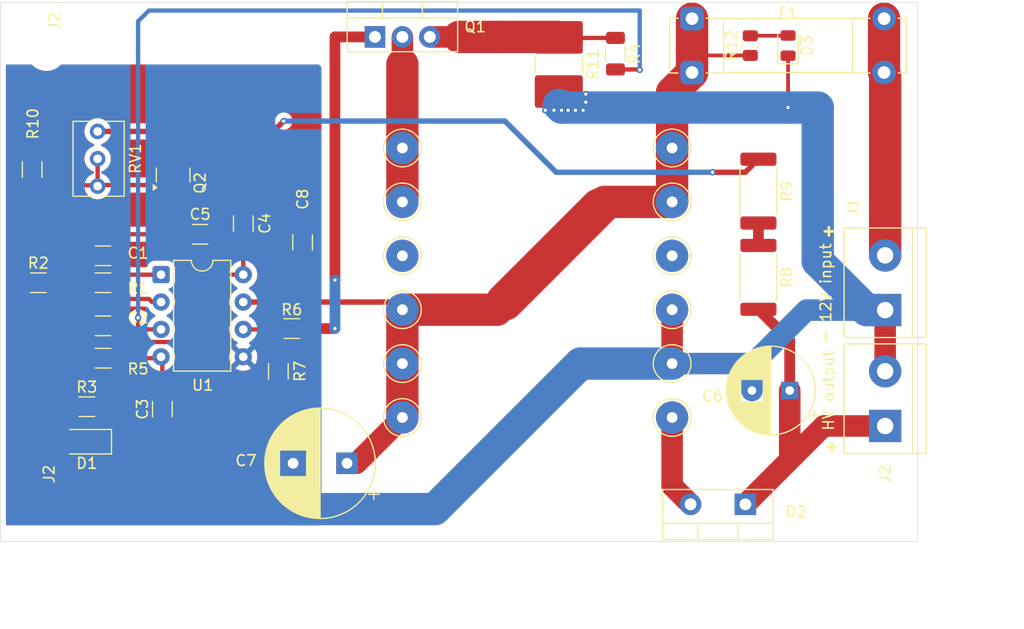
<source format=kicad_pcb>
(kicad_pcb (version 20241229) (generator "pcbnew") (generator_version "9.0")
  (title_block (title "DC-DC 12V > 200~450V") (date "2026-01-24") (rev "V1.1") (company "Z32IT"))
  (layers (0 "F.Cu" signal) (2 "B.Cu" signal) (13 "F.Paste" user) (15 "B.Paste" user) (5 "F.SilkS" user "F.Silkscreen") (7 "B.SilkS" user "B.Silkscreen") (1 "F.Mask" user) (3 "B.Mask" user) (25 "Edge.Cuts" user))
  (net 0 "")
  (net 1 "Net-(U1-FB)")
  (net 2 "Net-(U1-COMP)")
  (net 3 "Net-(U1-CS)")
  (net 4 "GND")
  (net 5 "Net-(U1-RC)")
  (net 6 "Net-(U1-VREF)")
  (net 7 "Net-(D1-A)")
  (net 8 "Net-(D2-K)")
  (net 9 "+12V")
  (net 10 "Net-(D2-A)")
  (net 11 "Net-(Q1-G)")
  (net 12 "Net-(Q1-D)")
  (net 13 "Net-(Q2-B)")
  (net 14 "Net-(U1-OUT)")
  (net 15 "Net-(R8-Pad1)")
  (net 16 "Net-(R9-Pad1)")
  (net 17 "Net-(J1-Pin_2)")
  (net 18 "Net-(D3-A)")
  (net 19 "Net-(Q1-S)")
  (footprint "Capacitor_THT:CP_Radial_D10.0mm_P5.00mm" (layer "F.Cu") (at 130.617677 100.5 180)
    (property "Reference" "C7" (at 9.367677 0.25 0) (layer "F.SilkS"))
    (property "Value" "1500u/16V" (hide yes))
    (pad "1" thru_hole rect (at 0 0 180) (size 2 2) (drill 1) (layers "*.Cu" "*.Mask") (net 9 "+12V"))
    (pad "2" thru_hole circle (at 5 0 180) (size 2 2) (drill 1) (layers "*.Cu" "*.Mask") (net 4 "GND"))
  )
  (footprint "Resistor_SMD:R_2512_6332Metric" (layer "F.Cu") (at 168.75 83.25 -90)
    (property "Reference" "R8" (at 0 -2.62 90) (layer "F.SilkS"))
    (property "Value" "240K/1W" (hide yes))
    (pad "1" smd roundrect (at -2.9625 0 270) (size 1.225 3.35) (layers "F.Cu" "F.Mask" "F.Paste") (roundrect_rratio 0.204082) (net 15 "Net-(R8-Pad1)"))
    (pad "2" smd roundrect (at 2.9625 0 270) (size 1.225 3.35) (layers "F.Cu" "F.Mask" "F.Paste") (roundrect_rratio 0.204082) (net 8 "Net-(D2-K)"))
  )
  (footprint "MountingHole:MountingHole_3.2mm_M3" (layer "F.Cu") (at 102.75 62.25)
    (property "Reference" "REF**" (hide yes))
    (property "Value" "M3")
    (pad "" np_thru_hole circle (at 0 0) (size 3.2 3.2) (drill 3.2) (layers "*.Cu" "*.Mask"))
  )
  (footprint "Package_TO_SOT_THT:TO-220-3_Vertical" (layer "F.Cu") (at 133.21 60.945)
    (property "Reference" "Q1" (at 9.29 -0.945 0) (layer "F.SilkS"))
    (property "Value" "IRF3205" (hide yes))
    (pad "1" thru_hole rect (at 0 0) (size 1.905 2) (drill 1.1) (layers "*.Cu" "*.Mask") (net 11 "Net-(Q1-G)"))
    (pad "2" thru_hole oval (at 2.54 0) (size 1.905 2) (drill 1.1) (layers "*.Cu" "*.Mask") (net 12 "Net-(Q1-D)"))
    (pad "3" thru_hole oval (at 5.08 0) (size 1.905 2) (drill 1.1) (layers "*.Cu" "*.Mask") (net 19 "Net-(Q1-S)"))
  )
  (footprint "Resistor_SMD:R_1206_3216Metric" (layer "F.Cu") (at 108 90.75)
    (property "Reference" "R5" (at 3.25 1 0) (layer "F.SilkS"))
    (property "Value" "5K1" (hide yes))
    (pad "1" smd roundrect (at -1.4625 0) (size 1.125 1.75) (layers "F.Cu" "F.Mask" "F.Paste") (roundrect_rratio 0.222222) (net 6 "Net-(U1-VREF)"))
    (pad "2" smd roundrect (at 1.4625 0) (size 1.125 1.75) (layers "F.Cu" "F.Mask" "F.Paste") (roundrect_rratio 0.222222) (net 5 "Net-(U1-RC)"))
  )
  (footprint "TerminalBlock:TerminalBlock_bornier-2_P5.08mm" (layer "F.Cu") (at 180.5 97.04 90)
    (property "Reference" "J2" (at -4.46 0 90) (layer "F.SilkS"))
    (property "Value" "HV output" (at 3.29 -5.25 90) (layer "F.SilkS"))
    (pad "1" thru_hole rect (at 0 0 90) (size 3 3) (drill 1.52) (layers "*.Cu" "*.Mask") (net 8 "Net-(D2-K)"))
    (pad "2" thru_hole circle (at 5.08 0 90) (size 3 3) (drill 1.52) (layers "*.Cu" "*.Mask") (net 4 "GND"))
  )
  (footprint "Resistor_SMD:R_1206_3216Metric" (layer "F.Cu") (at 101.432936 73.25 90)
    (property "Reference" "R10" (at 4.25 0.067064 90) (layer "F.SilkS"))
    (property "Value" "3K" (hide yes))
    (pad "1" smd roundrect (at -1.4625 0 90) (size 1.125 1.75) (layers "F.Cu" "F.Mask" "F.Paste") (roundrect_rratio 0.222222) (net 13 "Net-(Q2-B)"))
    (pad "2" smd roundrect (at 1.4625 0 90) (size 1.125 1.75) (layers "F.Cu" "F.Mask" "F.Paste") (roundrect_rratio 0.222222) (net 4 "GND"))
  )
  (footprint "Resistor_SMD:R_1206_3216Metric" (layer "F.Cu") (at 124.25 91.9625 -90)
    (property "Reference" "R7" (at 0 -2 90) (layer "F.SilkS"))
    (property "Value" "5K1" (hide yes))
    (pad "1" smd roundrect (at -1.4625 0 270) (size 1.125 1.75) (layers "F.Cu" "F.Mask" "F.Paste") (roundrect_rratio 0.222222) (net 14 "Net-(U1-OUT)"))
    (pad "2" smd roundrect (at 1.4625 0 270) (size 1.125 1.75) (layers "F.Cu" "F.Mask" "F.Paste") (roundrect_rratio 0.222222) (net 4 "GND"))
  )
  (footprint "TestPoint:TestPoint_THTPad_D3.0mm_Drill1.5mm" (layer "F.Cu") (at 160.75 96.25)
    (property "Reference" "TP1" (hide yes))
    (property "Value" "Q1-D" (hide yes))
    (pad "12" thru_hole circle (at 0 0) (size 3 3) (drill 1) (layers "*.Cu" "*.Mask"))
  )
  (footprint "Package_DIP:DIP-8_W7.62mm" (layer "F.Cu") (at 113.38 83)
    (property "Reference" "U1" (at 3.87 10.25 0) (layer "F.SilkS"))
    (property "Value" "UC3843_DIP8" (hide yes))
    (pad "1" thru_hole roundrect (at 0 0) (size 1.6 1.6) (drill 0.8) (layers "*.Cu" "*.Mask") (roundrect_rratio 0.15625) (net 2 "Net-(U1-COMP)"))
    (pad "2" thru_hole circle (at 0 2.54) (size 1.6 1.6) (drill 0.8) (layers "*.Cu" "*.Mask") (net 1 "Net-(U1-FB)"))
    (pad "3" thru_hole circle (at 0 5.08) (size 1.6 1.6) (drill 0.8) (layers "*.Cu" "*.Mask") (net 3 "Net-(U1-CS)"))
    (pad "4" thru_hole circle (at 0 7.62) (size 1.6 1.6) (drill 0.8) (layers "*.Cu" "*.Mask") (net 5 "Net-(U1-RC)"))
    (pad "5" thru_hole circle (at 7.62 7.62) (size 1.6 1.6) (drill 0.8) (layers "*.Cu" "*.Mask") (net 4 "GND"))
    (pad "6" thru_hole circle (at 7.62 5.08) (size 1.6 1.6) (drill 0.8) (layers "*.Cu" "*.Mask") (net 14 "Net-(U1-OUT)"))
    (pad "7" thru_hole circle (at 7.62 2.54) (size 1.6 1.6) (drill 0.8) (layers "*.Cu" "*.Mask") (net 9 "+12V"))
    (pad "8" thru_hole circle (at 7.62 0) (size 1.6 1.6) (drill 0.8) (layers "*.Cu" "*.Mask") (net 6 "Net-(U1-VREF)"))
  )
  (footprint "Capacitor_SMD:C_1206_3216Metric" (layer "F.Cu") (at 108 81.25 180)
    (property "Reference" "C1" (at -3.25 0.25 0) (layer "F.SilkS"))
    (property "Value" "100n" (hide yes))
    (pad "1" smd roundrect (at -1.475 0 180) (size 1.15 1.8) (layers "F.Cu" "F.Mask" "F.Paste") (roundrect_rratio 0.217391) (net 2 "Net-(U1-COMP)"))
    (pad "2" smd roundrect (at 1.475 0 180) (size 1.15 1.8) (layers "F.Cu" "F.Mask" "F.Paste") (roundrect_rratio 0.217391) (net 1 "Net-(U1-FB)"))
  )
  (footprint "Resistor_SMD:R_1206_3216Metric" (layer "F.Cu") (at 108 83.75)
    (property "Reference" "R1" (at 3.25 0.5 0) (layer "F.SilkS"))
    (property "Value" "100K" (hide yes))
    (pad "1" smd roundrect (at -1.4625 0) (size 1.125 1.75) (layers "F.Cu" "F.Mask" "F.Paste") (roundrect_rratio 0.222222) (net 1 "Net-(U1-FB)"))
    (pad "2" smd roundrect (at 1.4625 0) (size 1.125 1.75) (layers "F.Cu" "F.Mask" "F.Paste") (roundrect_rratio 0.222222) (net 2 "Net-(U1-COMP)"))
  )
  (footprint "TestPoint:TestPoint_THTPad_D3.0mm_Drill1.5mm" (layer "F.Cu") (at 160.75 86.25)
    (property "Reference" "TP5" (hide yes))
    (property "Value" "e" (hide yes))
    (pad "10" thru_hole circle (at 0 0) (size 3 3) (drill 1) (layers "*.Cu" "*.Mask") (net 4 "GND"))
  )
  (footprint "Capacitor_SMD:C_1206_3216Metric" (layer "F.Cu") (at 108 87.75 180)
    (property "Reference" "C2" (at -3.25 0.75 0) (layer "F.SilkS"))
    (property "Value" "10n" (hide yes))
    (pad "1" smd roundrect (at -1.475 0 180) (size 1.15 1.8) (layers "F.Cu" "F.Mask" "F.Paste") (roundrect_rratio 0.217391) (net 3 "Net-(U1-CS)"))
    (pad "2" smd roundrect (at 1.475 0 180) (size 1.15 1.8) (layers "F.Cu" "F.Mask" "F.Paste") (roundrect_rratio 0.217391) (net 4 "GND"))
  )
  (footprint "Resistor_SMD:R_2816_7142Metric" (layer "F.Cu") (at 150.25 63.5 -90)
    (property "Reference" "R11" (at 0 -3.18 90) (layer "F.SilkS"))
    (property "Value" "15mR")
    (pad "1" smd roundrect (at -2.5125 0 270) (size 3.025 4.45) (layers "F.Cu" "F.Mask" "F.Paste") (roundrect_rratio 0.082645) (net 19 "Net-(Q1-S)"))
    (pad "2" smd roundrect (at 2.5125 0 270) (size 3.025 4.45) (layers "F.Cu" "F.Mask" "F.Paste") (roundrect_rratio 0.082645) (net 4 "GND"))
  )
  (footprint "TestPoint:TestPoint_THTPad_D3.0mm_Drill1.5mm" (layer "F.Cu") (at 135.75 91.25)
    (property "Reference" "TP5" (hide yes))
    (property "Value" "e" (hide yes))
    (pad "2" thru_hole circle (at 0 0) (size 3 3) (drill 1) (layers "*.Cu" "*.Mask") (net 9 "+12V"))
  )
  (footprint "Package_TO_SOT_SMD:SOT-23" (layer "F.Cu") (at 114.5 73.75 90)
    (property "Reference" "Q2" (at -0.75 2.5 90) (layer "F.SilkS"))
    (property "Value" "S8050" (hide yes))
    (pad "1" smd roundrect (at -0.9375 -0.95 90) (size 1.475 0.6) (layers "F.Cu" "F.Mask" "F.Paste") (net 13 "Net-(Q2-B)"))
    (pad "2" smd roundrect (at -0.9375 0.95 90) (size 1.475 0.6) (layers "F.Cu" "F.Mask" "F.Paste") (net 7 "Net-(D1-A)"))
    (pad "3" smd roundrect (at 0.9375 0 90) (size 1.475 0.6) (layers "F.Cu" "F.Mask" "F.Paste") (net 9 "+12V"))
  )
  (footprint "Capacitor_SMD:C_1206_3216Metric" (layer "F.Cu") (at 121 78.25 90)
    (property "Reference" "C4" (at 0 2 90) (layer "F.SilkS"))
    (property "Value" "10n" (hide yes))
    (pad "1" smd roundrect (at -1.475 0 90) (size 1.15 1.8) (layers "F.Cu" "F.Mask" "F.Paste") (roundrect_rratio 0.217391) (net 6 "Net-(U1-VREF)"))
    (pad "2" smd roundrect (at 1.475 0 90) (size 1.15 1.8) (layers "F.Cu" "F.Mask" "F.Paste") (roundrect_rratio 0.217391) (net 4 "GND"))
  )
  (footprint "MountingHole:MountingHole_3.2mm_M3" (layer "F.Cu") (at 179.75 104.25)
    (property "Reference" "REF**" (hide yes))
    (property "Value" "M3")
    (pad "" np_thru_hole circle (at 0 0) (size 3.2 3.2) (drill 3.2) (layers "*.Cu" "*.Mask"))
  )
  (footprint "Resistor_SMD:R_0805_2012Metric" (layer "F.Cu") (at 168 61.75 -90)
    (property "Reference" "R12" (at 0 1.75 90) (layer "F.SilkS"))
    (property "Value" "1K" (hide yes))
    (pad "1" smd roundrect (at -0.9125 0 270) (size 1.025 1.4) (layers "F.Cu" "F.Mask" "F.Paste") (roundrect_rratio 0.243902) (net 18 "Net-(D3-A)"))
    (pad "2" smd roundrect (at 0.9125 0 270) (size 1.025 1.4) (layers "F.Cu" "F.Mask" "F.Paste") (roundrect_rratio 0.243902) (net 9 "+12V"))
  )
  (footprint "Resistor_SMD:R_1206_3216Metric" (layer "F.Cu") (at 102 83.75)
    (property "Reference" "R2" (at 0 -1.82 0) (layer "F.SilkS"))
    (property "Value" "1K" (hide yes))
    (pad "1" smd roundrect (at -1.4625 0) (size 1.125 1.75) (layers "F.Cu" "F.Mask" "F.Paste") (roundrect_rratio 0.222222) (net 7 "Net-(D1-A)"))
    (pad "2" smd roundrect (at 1.4625 0) (size 1.125 1.75) (layers "F.Cu" "F.Mask" "F.Paste") (roundrect_rratio 0.222222) (net 1 "Net-(U1-FB)"))
  )
  (footprint "LED_SMD:LED_0805_2012Metric" (layer "F.Cu") (at 171.5 61.75 90)
    (property "Reference" "D3" (at 0 1.75 90) (layer "F.SilkS"))
    (property "Value" "Amber")
    (pad "1" smd roundrect (at -0.9375 0 90) (size 0.975 1.4) (layers "F.Cu" "F.Mask" "F.Paste") (net 4 "GND"))
    (pad "2" smd roundrect (at 0.9375 0 90) (size 0.975 1.4) (layers "F.Cu" "F.Mask" "F.Paste") (net 18 "Net-(D3-A)"))
  )
  (footprint "Capacitor_SMD:C_1206_3216Metric" (layer "F.Cu") (at 126.5 80 -90)
    (property "Reference" "C8" (at -4 0 90) (layer "F.SilkS"))
    (property "Value" "100n" (hide yes))
    (pad "1" smd roundrect (at -1.475 0 270) (size 1.15 1.8) (layers "F.Cu" "F.Mask" "F.Paste") (roundrect_rratio 0.217391) (net 9 "+12V"))
    (pad "2" smd roundrect (at 1.475 0 270) (size 1.15 1.8) (layers "F.Cu" "F.Mask" "F.Paste") (roundrect_rratio 0.217391) (net 4 "GND"))
  )
  (footprint "TestPoint:TestPoint_THTPad_D3.0mm_Drill1.5mm" (layer "F.Cu") (at 135.75 96.25)
    (property "Reference" "TP1" (hide yes))
    (property "Value" "Q1-D" (hide yes))
    (pad "1" thru_hole circle (at 0 0) (size 3 3) (drill 1) (layers "*.Cu" "*.Mask") (net 12 "Net-(Q1-D)"))
  )
  (footprint "Resistor_SMD:R_2512_6332Metric" (layer "F.Cu") (at 168.75 75.25 -90)
    (property "Reference" "R9" (at 0 -2.62 90) (layer "F.SilkS"))
    (property "Value" "240K/1W" (hide yes))
    (pad "1" smd roundrect (at -2.9625 0 270) (size 1.225 3.35) (layers "F.Cu" "F.Mask" "F.Paste") (roundrect_rratio 0.204082) (net 16 "Net-(R9-Pad1)"))
    (pad "2" smd roundrect (at 2.9625 0 270) (size 1.225 3.35) (layers "F.Cu" "F.Mask" "F.Paste") (roundrect_rratio 0.204082) (net 15 "Net-(R8-Pad1)"))
  )
  (footprint "TerminalBlock:TerminalBlock_bornier-2_P5.08mm" (layer "F.Cu") (at 180.5 86.29 90)
    (property "Reference" "J1" (at 9.54 -3 90) (layer "F.SilkS"))
    (property "Value" "12V input" (at 2.54 -5.5 90) (layer "F.SilkS"))
    (pad "1" thru_hole rect (at 0 0 90) (size 3 3) (drill 1.52) (layers "*.Cu" "*.Mask") (net 4 "GND"))
    (pad "2" thru_hole circle (at 5.08 0 90) (size 3 3) (drill 1.52) (layers "*.Cu" "*.Mask") (net 17 "Net-(J1-Pin_2)"))
  )
  (footprint "TestPoint:TestPoint_THTPad_D3.0mm_Drill1.5mm" (layer "F.Cu") (at 160.75 76.25)
    (property "Reference" "TP5" (hide yes))
    (property "Value" "e" (hide yes))
    (pad "8" thru_hole circle (at 0 0) (size 3 3) (drill 1) (layers "*.Cu" "*.Mask") (net 9 "+12V"))
  )
  (footprint "TestPoint:TestPoint_THTPad_D3.0mm_Drill1.5mm" (layer "F.Cu") (at 160.75 71.25)
    (property "Reference" "TP2" (hide yes))
    (property "Value" "+12V" (hide yes))
    (pad "7" thru_hole circle (at 0 0) (size 3 3) (drill 1) (layers "*.Cu" "*.Mask"))
  )
  (footprint "TestPoint:TestPoint_THTPad_D3.0mm_Drill1.5mm" (layer "F.Cu") (at 135.75 76.25)
    (property "Reference" "TP5" (hide yes))
    (property "Value" "e" (hide yes))
    (pad "5" thru_hole circle (at 0 0) (size 3 3) (drill 1) (layers "*.Cu" "*.Mask") (net 12 "Net-(Q1-D)"))
  )
  (footprint "TestPoint:TestPoint_THTPad_D3.0mm_Drill1.5mm" (layer "F.Cu") (at 135.75 71.25)
    (property "Reference" "TP2" (hide yes))
    (property "Value" "+12V" (hide yes))
    (pad "6" thru_hole circle (at 0 0) (size 3 3) (drill 1) (layers "*.Cu" "*.Mask"))
  )
  (footprint "Package_TO_SOT_THT:TO-220-2_Vertical" (layer "F.Cu") (at 167.54 104.305 180)
    (property "Reference" "D2" (at -4.71 -0.695 0) (layer "F.SilkS"))
    (property "Value" "FES8JT" (hide yes))
    (pad "1" thru_hole rect (at 0 0 180) (size 2 2) (drill 1.1) (layers "*.Cu" "*.Mask") (net 8 "Net-(D2-K)"))
    (pad "2" thru_hole circle (at 5.08 0 180) (size 2 2) (drill 1.1) (layers "*.Cu" "*.Mask") (net 10 "Net-(D2-A)"))
  )
  (footprint "Resistor_SMD:R_1206_3216Metric" (layer "F.Cu") (at 125.5 88 180)
    (property "Reference" "R6" (at 0 1.75 0) (layer "F.SilkS"))
    (property "Value" "20R" (hide yes))
    (pad "1" smd roundrect (at -1.4625 0 180) (size 1.125 1.75) (layers "F.Cu" "F.Mask" "F.Paste") (roundrect_rratio 0.222222) (net 11 "Net-(Q1-G)"))
    (pad "2" smd roundrect (at 1.4625 0 180) (size 1.125 1.75) (layers "F.Cu" "F.Mask" "F.Paste") (roundrect_rratio 0.222222) (net 14 "Net-(U1-OUT)"))
  )
  (footprint "TestPoint:TestPoint_THTPad_D3.0mm_Drill1.5mm" (layer "F.Cu") (at 160.75 91.25)
    (property "Reference" "TP5" (hide yes))
    (property "Value" "e" (hide yes))
    (pad "11" thru_hole circle (at 0 0) (size 3 3) (drill 1) (layers "*.Cu" "*.Mask") (net 4 "GND"))
  )
  (footprint "Capacitor_THT:CP_Radial_D8.0mm_P3.50mm" (layer "F.Cu") (at 171.652651 93.75 180)
    (property "Reference" "C6" (at 7.152651 -0.5 0) (layer "F.SilkS"))
    (property "Value" "10u/450V" (hide yes))
    (pad "1" thru_hole rect (at 0 0 180) (size 1.6 1.6) (drill 0.8) (layers "*.Cu" "*.Mask") (net 8 "Net-(D2-K)"))
    (pad "2" thru_hole circle (at 3.5 0 180) (size 1.6 1.6) (drill 0.8) (layers "*.Cu" "*.Mask") (net 4 "GND"))
  )
  (footprint "Capacitor_SMD:C_1206_3216Metric" (layer "F.Cu") (at 113.5 95.475 90)
    (property "Reference" "C3" (at 0 -1.85 90) (layer "F.SilkS"))
    (property "Value" "3n3" (hide yes))
    (pad "1" smd roundrect (at -1.475 0 90) (size 1.15 1.8) (layers "F.Cu" "F.Mask" "F.Paste") (roundrect_rratio 0.217391) (net 4 "GND"))
    (pad "2" smd roundrect (at 1.475 0 90) (size 1.15 1.8) (layers "F.Cu" "F.Mask" "F.Paste") (roundrect_rratio 0.217391) (net 5 "Net-(U1-RC)"))
  )
  (footprint "Potentiometer_THT:Potentiometer_Bourns_3266Y_Vertical" (layer "F.Cu") (at 107.5 69.71 90)
    (property "Reference" "RV1" (at -2.525 3.5 90) (layer "F.SilkS"))
    (property "Value" "5K" (hide yes))
    (pad "1" thru_hole circle (at 0 0 90) (size 1.44 1.44) (drill 0.8) (layers "*.Cu" "*.Mask") (net 16 "Net-(R9-Pad1)"))
    (pad "2" thru_hole circle (at -2.54 0 90) (size 1.44 1.44) (drill 0.8) (layers "*.Cu" "*.Mask") (net 13 "Net-(Q2-B)"))
    (pad "3" thru_hole circle (at -5.08 0 90) (size 1.44 1.44) (drill 0.8) (layers "*.Cu" "*.Mask") (net 13 "Net-(Q2-B)"))
  )
  (footprint "Resistor_SMD:R_1206_3216Metric" (layer "F.Cu") (at 106.5 95.25)
    (property "Reference" "R3" (at 0 -1.82 0) (layer "F.SilkS"))
    (property "Value" "1K" (hide yes))
    (pad "1" smd roundrect (at -1.4625 0) (size 1.125 1.75) (layers "F.Cu" "F.Mask" "F.Paste") (roundrect_rratio 0.222222) (net 7 "Net-(D1-A)"))
    (pad "2" smd roundrect (at 1.4625 0) (size 1.125 1.75) (layers "F.Cu" "F.Mask" "F.Paste") (roundrect_rratio 0.222222) (net 4 "GND"))
  )
  (footprint "Fuse:Fuseholder_Clip-5x20mm_Bel_FC-203-22_Lateral_P17.80x5.00mm_D1.17mm_Horizontal" (layer "F.Cu") (at 162.6 59.25)
    (property "Reference" "F1" (at 8.9 -0.5 0) (layer "F.SilkS"))
    (property "Value" "Fuse")
    (pad "1" thru_hole roundrect (at 0 0) (size 2.2 2.2) (drill 1.17) (layers "*.Cu" "*.Mask") (net 9 "+12V"))
    (pad "1" thru_hole roundrect (at 0 5) (size 2.2 2.2) (drill 1.17) (layers "*.Cu" "*.Mask") (net 9 "+12V"))
    (pad "2" thru_hole circle (at 17.8 0) (size 2.2 2.2) (drill 1.17) (layers "*.Cu" "*.Mask") (net 17 "Net-(J1-Pin_2)"))
    (pad "2" thru_hole circle (at 17.8 5) (size 2.2 2.2) (drill 1.17) (layers "*.Cu" "*.Mask") (net 17 "Net-(J1-Pin_2)"))
  )
  (footprint "TestPoint:TestPoint_THTPad_D3.0mm_Drill1.5mm" (layer "F.Cu") (at 160.75 81.25)
    (property "Reference" "TP5" (hide yes))
    (property "Value" "e" (hide yes))
    (pad "9" thru_hole circle (at 0 0) (size 3 3) (drill 1) (layers "*.Cu" "*.Mask"))
  )
  (footprint "TestPoint:TestPoint_THTPad_D3.0mm_Drill1.5mm" (layer "F.Cu") (at 135.75 81.25)
    (property "Reference" "TP5" (hide yes))
    (property "Value" "e" (hide yes))
    (pad "4" thru_hole circle (at 0 0) (size 3 3) (drill 1) (layers "*.Cu" "*.Mask"))
  )
  (footprint "LED_SMD:LED_1206_3216Metric" (layer "F.Cu") (at 106.5 98.5 180)
    (property "Reference" "D1" (at 0 -2 0) (layer "F.SilkS"))
    (property "Value" "Green")
    (pad "1" smd roundrect (at -1.4 0 180) (size 1.25 1.75) (layers "F.Cu" "F.Mask" "F.Paste") (roundrect_rratio 0.2) (net 4 "GND"))
    (pad "2" smd roundrect (at 1.4 0 180) (size 1.25 1.75) (layers "F.Cu" "F.Mask" "F.Paste") (roundrect_rratio 0.2) (net 7 "Net-(D1-A)"))
  )
  (footprint "Resistor_SMD:R_1206_3216Metric" (layer "F.Cu") (at 155.5 62.5 90)
    (property "Reference" "R4" (at 0 1.75 90) (layer "F.SilkS"))
    (property "Value" "150R" (hide yes))
    (pad "1" smd roundrect (at -1.4625 0 90) (size 1.125 1.75) (layers "F.Cu" "F.Mask" "F.Paste") (roundrect_rratio 0.222222) (net 3 "Net-(U1-CS)"))
    (pad "2" smd roundrect (at 1.4625 0 90) (size 1.125 1.75) (layers "F.Cu" "F.Mask" "F.Paste") (roundrect_rratio 0.222222) (net 19 "Net-(Q1-S)"))
  )
  (footprint "Capacitor_SMD:C_1206_3216Metric" (layer "F.Cu") (at 117 79.25)
    (property "Reference" "C5" (at 0 -1.85 0) (layer "F.SilkS"))
    (property "Value" "10n" (hide yes))
    (pad "1" smd roundrect (at -1.475 0) (size 1.15 1.8) (layers "F.Cu" "F.Mask" "F.Paste") (roundrect_rratio 0.217391) (net 7 "Net-(D1-A)"))
    (pad "2" smd roundrect (at 1.475 0) (size 1.15 1.8) (layers "F.Cu" "F.Mask" "F.Paste") (roundrect_rratio 0.217391) (net 6 "Net-(U1-VREF)"))
  )
  (footprint "TestPoint:TestPoint_THTPad_D3.0mm_Drill1.5mm" (layer "F.Cu") (at 135.75 86.25)
    (property "Reference" "TP5" (hide yes))
    (property "Value" "e" (hide yes))
    (pad "3" thru_hole circle (at 0 0) (size 3 3) (drill 1) (layers "*.Cu" "*.Mask") (net 9 "+12V"))
  )
  (gr_line (start 183.5 57.75) (end 98.5 57.75) (stroke (width 0.05)) (layer "Edge.Cuts"))
  (gr_line (start 183.5 107.5) (end 183.5 57.75) (stroke (width 0.05)) (layer "Edge.Cuts"))
  (gr_line (start 98.5 57.75) (end 98.5 107.75) (stroke (width 0.05)) (layer "Edge.Cuts"))
  (gr_line (start 98.5 107.75) (end 183.5 107.75) (stroke (width 0.05)) (layer "Edge.Cuts"))
  (gr_text "-" (at 174.5 88 270) (layer "F.SilkS") (effects (font (size 1 1) (thickness 0.25) (bold yes)) (justify left bottom)))
  (gr_text "J2" (at 103.5 59.5 90) (layer "F.SilkS") (effects (font (size 1 1))))
  (gr_text "+" (at 174.5 79.5 0) (layer "F.SilkS") (effects (font (size 1 1) (thickness 0.25) (bold yes)) (justify left bottom)))
  (gr_text "+" (at 174.75 99.5 0) (layer "F.SilkS") (effects (font (size 1 1) (thickness 0.25) (bold yes)) (justify left bottom)))
  (gr_text "J2" (at 103 101.5 90) (layer "F.SilkS") (effects (font (size 1 1))))
  (segment (start 112.54 85.54) (end 112.25 85.25) (width 0.4) (layer "F.Cu") (net 1))
  (segment (start 103.4625 83.75) (end 106.5125 83.75) (width 0.4) (layer "F.Cu") (net 1))
  (segment (start 113.38 85.54) (end 112.54 85.54) (width 0.2) (layer "F.Cu") (net 1))
  (segment (start 106.5125 83.75) (end 106.525 83.7375) (width 0.2) (layer "F.Cu") (net 1))
  (segment (start 108.0375 85.25) (end 106.5375 83.75) (width 0.4) (layer "F.Cu") (net 1))
  (segment (start 112.25 85.25) (end 108.0375 85.25) (width 0.4) (layer "F.Cu") (net 1))
  (segment (start 106.525 81.25) (end 106.525 83.7375) (width 0.4) (layer "F.Cu") (net 1))
  (segment (start 106.525 83.7375) (end 106.5375 83.75) (width 0.2) (layer "F.Cu") (net 1))
  (segment (start 109.475 81.25) (end 109.475 83.7375) (width 0.4) (layer "F.Cu") (net 2))
  (segment (start 113.38 83) (end 110.2125 83) (width 0.4) (layer "F.Cu") (net 2))
  (segment (start 110.2125 83) (end 109.4625 83.75) (width 0.4) (layer "F.Cu") (net 2))
  (segment (start 109.475 83.7375) (end 109.4625 83.75) (width 0.2) (layer "F.Cu") (net 2))
  (segment (start 157.75 64) (end 157.5 64) (width 0.2) (layer "F.Cu") (net 3))
  (segment (start 157.5 64) (end 157.4625 63.9625) (width 0.2) (layer "F.Cu") (net 3))
  (segment (start 111.25 88.08) (end 111.25 87) (width 0.4) (layer "F.Cu") (net 3))
  (segment (start 111.25 88.08) (end 109.555 88.08) (width 0.4) (layer "F.Cu") (net 3))
  (segment (start 109.555 88.08) (end 109.475 88) (width 0.2) (layer "F.Cu") (net 3))
  (segment (start 157.4625 63.9625) (end 155.5 63.9625) (width 0.4) (layer "F.Cu") (net 3))
  (segment (start 113.38 88.08) (end 111.25 88.08) (width 0.4) (layer "F.Cu") (net 3))
  (via (at 157.75 64) (size 0.6) (drill 0.3) (layers "F.Cu" "B.Cu") (net 3))
  (via (at 111.25 87) (size 0.6) (drill 0.3) (layers "F.Cu" "B.Cu") (net 3))
  (segment (start 112.25 58.5) (end 111.25 59.5) (width 0.4) (layer "B.Cu") (net 3))
  (segment (start 157.75 58.5) (end 112.25 58.5) (width 0.4) (layer "B.Cu") (net 3))
  (segment (start 157.75 64) (end 157.75 58.5) (width 0.4) (layer "B.Cu") (net 3))
  (segment (start 111.25 59.5) (end 111.25 87) (width 0.4) (layer "B.Cu") (net 3))
  (segment (start 180.5 86.29) (end 180.5 91.96) (width 2) (layers "F.Cu" "F.Mask") (net 4))
  (segment (start 171.5 62.6875) (end 171.5 67.5) (width 0.35) (layer "F.Cu") (net 4))
  (segment (start 152.75 67.5) (end 152.5 67.75) (width 0.6) (layer "F.Cu") (net 4))
  (segment (start 149 67.75) (end 149.799997 67.75) (width 0.6) (layer "F.Cu") (net 4))
  (segment (start 101.5 71.720436) (end 101.432936 71.7875) (width 0.2) (layer "F.Cu") (net 4))
  (segment (start 150.5 67.75) (end 152.5 67.75) (width 0.6) (layer "F.Cu") (net 4))
  (segment (start 152.75 66.25) (end 152.75 67.5) (width 0.6) (layer "F.Cu") (net 4))
  (segment (start 160.75 91.25) (end 160.75 86.25) (width 2) (layers "F.Cu" "F.Mask") (net 4))
  (segment (start 149.799997 67.75) (end 150.5 67.75) (width 0.6) (layer "F.Cu") (net 4))
  (segment (start 149.7375 65.5) (end 150.25 66.0125) (width 0.2) (layer "F.Cu") (net 4))
  (via (at 152.75 66.25) (size 0.6) (drill 0.3) (layers "F.Cu" "B.Cu") (net 4))
  (via (at 149 67.75) (size 0.6) (drill 0.3) (layers "F.Cu" "B.Cu") (net 4))
  (via (at 152.75 67) (size 0.6) (drill 0.3) (layers "F.Cu" "B.Cu") (net 4))
  (via (at 171.5 67.5) (size 0.6) (drill 0.3) (layers "F.Cu" "B.Cu") (net 4))
  (via (at 151.099994 67.75) (size 0.6) (drill 0.3) (layers "F.Cu" "B.Cu") (net 4))
  (via (at 149.799997 67.75) (size 0.6) (drill 0.3) (layers "F.Cu" "B.Cu") (net 4))
  (via (at 152.5 67.75) (size 0.6) (drill 0.3) (layers "F.Cu" "B.Cu") (net 4))
  (via (at 150.5 67.75) (size 0.6) (drill 0.3) (layers "F.Cu" "B.Cu") (net 4))
  (via (at 151.799997 67.75) (size 0.6) (drill 0.3) (layers "F.Cu" "B.Cu") (net 4))
  (segment (start 138.75 104.75) (end 125.75 104.75) (width 3) (layers "B.Cu" "B.Mask") (net 4))
  (segment (start 125.75 104.75) (end 125.617677 104.617677) (width 2) (layer "B.Cu") (net 4))
  (segment (start 160.75 91.25) (end 152.25 91.25) (width 3) (layers "B.Cu" "B.Mask") (net 4))
  (segment (start 180.5 86.29) (end 173.21 86.29) (width 2) (layers "B.Cu" "B.Mask") (net 4))
  (segment (start 149 67.75) (end 152.5 67.75) (width 0.6) (layer "B.Cu") (net 4))
  (segment (start 180.5 86.29) (end 178.79 86.29) (width 3) (layer "B.Cu") (net 4))
  (segment (start 174.25 81.75) (end 174.25 67.5) (width 3) (layers "B.Cu" "B.Mask") (net 4))
  (segment (start 178.79 86.29) (end 174.25 81.75) (width 3) (layers "B.Cu" "B.Mask") (net 4))
  (segment (start 173.21 86.29) (end 168.152651 91.347349) (width 2) (layers "B.Cu" "B.Mask") (net 4))
  (segment (start 125.617677 104.617677) (end 125.617677 100.5) (width 3) (layer "B.Cu") (net 4))
  (segment (start 171.5 67.5) (end 150.5 67.5) (width 3) (layer "B.Cu") (net 4))
  (segment (start 160.75 91.25) (end 168.055302 91.25) (width 2) (layers "B.Cu" "B.Mask") (net 4))
  (segment (start 168.055302 91.25) (end 168.152651 91.347349) (width 2) (layer "B.Cu") (net 4))
  (segment (start 174.25 67.5) (end 171.5 67.5) (width 3) (layer "B.Cu") (net 4))
  (segment (start 150.5 67.5) (end 150.25 67.25) (width 3) (layer "B.Cu") (net 4))
  (segment (start 168.152651 91.347349) (end 168.152651 93.75) (width 2) (layer "B.Cu") (net 4))
  (segment (start 152.25 91.25) (end 138.75 104.75) (width 3) (layers "B.Cu" "B.Mask") (net 4))
  (segment (start 113.5 90.74) (end 113.38 90.62) (width 0.2) (layer "F.Cu") (net 5))
  (segment (start 113.5 94) (end 113.5 90.74) (width 0.4) (layer "F.Cu") (net 5))
  (segment (start 109.4625 90.75) (end 113.25 90.75) (width 0.4) (layer "F.Cu") (net 5))
  (segment (start 113.25 90.75) (end 113.38 90.62) (width 0.2) (layer "F.Cu") (net 5))
  (segment (start 106.5375 90.75) (end 108.0375 89.25) (width 0.4) (layer "F.Cu") (net 6))
  (segment (start 121 83) (end 121 79.725) (width 0.4) (layer "F.Cu") (net 6))
  (segment (start 108.0375 89.25) (end 116.25 89.25) (width 0.4) (layer "F.Cu") (net 6))
  (segment (start 116.25 89.25) (end 116.25 84.25) (width 0.4) (layer "F.Cu") (net 6))
  (segment (start 116.25 84.25) (end 117.5 83) (width 0.4) (layer "F.Cu") (net 6))
  (segment (start 118.475 79.25) (end 120.525 79.25) (width 0.4) (layer "F.Cu") (net 6))
  (segment (start 120.525 79.25) (end 121 79.725) (width 0.2) (layer "F.Cu") (net 6))
  (segment (start 117.5 83) (end 121 83) (width 0.4) (layer "F.Cu") (net 6))
  (segment (start 100.5 93.25) (end 100.5375 93.2125) (width 0.2) (layer "F.Cu") (net 7))
  (segment (start 100.5375 79.9625) (end 101.25 79.25) (width 0.4) (layer "F.Cu") (net 7))
  (segment (start 105.0375 95.25) (end 102.5 95.25) (width 0.4) (layer "F.Cu") (net 7))
  (segment (start 115.525 74.7625) (end 115.45 74.6875) (width 0.2) (layer "F.Cu") (net 7))
  (segment (start 102.5 95.25) (end 100.5 93.25) (width 0.4) (layer "F.Cu") (net 7))
  (segment (start 101.25 79.25) (end 115.525 79.25) (width 0.4) (layer "F.Cu") (net 7))
  (segment (start 115.525 79.25) (end 115.525 74.7625) (width 0.4) (layer "F.Cu") (net 7))
  (segment (start 105.1 95.3125) (end 105.0375 95.25) (width 0.2) (layer "F.Cu") (net 7))
  (segment (start 100.5 83.7875) (end 100.5375 83.75) (width 0.2) (layer "F.Cu") (net 7))
  (segment (start 100.5375 93.2125) (end 100.5375 83.75) (width 0.4) (layer "F.Cu") (net 7))
  (segment (start 100.3625 83.575) (end 100.5375 83.75) (width 0.2) (layer "F.Cu") (net 7))
  (segment (start 100.5375 83.75) (end 100.5375 79.9625) (width 0.4) (layer "F.Cu") (net 7))
  (segment (start 105.1 98.5) (end 105.1 95.3125) (width 0.4) (layer "F.Cu") (net 7))
  (segment (start 171.652651 89.115151) (end 171.652651 93.75) (width 1) (layer "F.Cu") (net 8))
  (segment (start 168.75 86.2125) (end 171.652651 89.115151) (width 1) (layer "F.Cu") (net 8))
  (segment (start 171.652651 100.152651) (end 171.6725 100.1725) (width 0.2) (layer "F.Cu") (net 8))
  (segment (start 171.6725 100.1725) (end 167.54 104.305) (width 2) (layer "F.Cu") (net 8))
  (segment (start 174.805 97.04) (end 171.6725 100.1725) (width 2) (layer "F.Cu") (net 8))
  (segment (start 180.5 97.04) (end 174.805 97.04) (width 2) (layer "F.Cu") (net 8))
  (segment (start 171.652651 93.75) (end 171.652651 100.152651) (width 2) (layer "F.Cu") (net 8))
  (segment (start 162.7625 62.6625) (end 162.6 62.5) (width 0.2) (layer "F.Cu") (net 9))
  (segment (start 130.617677 100.5) (end 131.5 100.5) (width 0.2) (layer "F.Cu") (net 9))
  (segment (start 135.75 96.25) (end 135.75 91.25) (width 3) (layers "F.Cu" "F.Mask") (net 9))
  (segment (start 114.8125 72.5) (end 124.5 72.5) (width 0.5) (layer "F.Cu") (net 9))
  (segment (start 121 85.54) (end 124.5 85.54) (width 0.5) (layer "F.Cu") (net 9))
  (segment (start 114.5 72.8125) (end 114.8125 72.5) (width 0.2) (layer "F.Cu") (net 9))
  (segment (start 135.75 86.25) (end 144.5 86.25) (width 3) (layers "F.Cu" "F.Mask") (net 9))
  (segment (start 135.04 85.54) (end 135.75 86.25) (width 0.2) (layer "F.Cu") (net 9))
  (segment (start 168 62.6625) (end 162.7625 62.6625) (width 0.35) (layer "F.Cu") (net 9))
  (segment (start 124.5 72.5) (end 124.5 81.5) (width 0.5) (layer "F.Cu") (net 9))
  (segment (start 162.6 62.5) (end 162.6 59.25) (width 3) (layers "F.Cu" "F.Mask") (net 9))
  (segment (start 160.75 76.25) (end 160.75 71.25) (width 3) (layers "F.Cu" "F.Mask") (net 9))
  (segment (start 154.5 76.25) (end 160.75 76.25) (width 3) (layers "F.Cu" "F.Mask") (net 9))
  (segment (start 144.5 86.25) (end 145.25 85.5) (width 3) (layer "F.Cu") (net 9))
  (segment (start 145.25 85.5) (end 154 76.75) (width 3.5) (layers "F.Cu" "F.Mask") (net 9))
  (segment (start 124.5 85.54) (end 135.04 85.54) (width 0.5) (layer "F.Cu") (net 9))
  (segment (start 124.5 81.5) (end 124.5 85.54) (width 0.5) (layer "F.Cu") (net 9))
  (segment (start 131.5 100.5) (end 135.75 96.25) (width 2) (layer "F.Cu") (net 9))
  (segment (start 135.75 91.25) (end 135.75 86.25) (width 3) (layers "F.Cu" "F.Mask") (net 9))
  (segment (start 160.75 66.1) (end 162.6 64.25) (width 3) (layers "F.Cu" "F.Mask") (net 9))
  (segment (start 154 76.75) (end 154.5 76.25) (width 3) (layer "F.Cu") (net 9))
  (segment (start 162.6 64.25) (end 162.6 62.5) (width 3) (layers "F.Cu" "F.Mask") (net 9))
  (segment (start 160.75 71.25) (end 160.75 66.1) (width 3) (layers "F.Cu" "F.Mask") (net 9))
  (segment (start 124.525 81.475) (end 124.5 81.5) (width 0.2) (layer "F.Cu") (net 9))
  (segment (start 126.5 81.475) (end 124.525 81.475) (width 0.5) (layer "F.Cu") (net 9))
  (segment (start 160.75 96.25) (end 160.75 102.595) (width 2) (layer "F.Cu") (net 10))
  (segment (start 160.75 102.595) (end 162.46 104.305) (width 2) (layer "F.Cu") (net 10))
  (segment (start 129.5 60.945) (end 129.5 83.5) (width 1) (layer "F.Cu") (net 11))
  (segment (start 129.5 60.945) (end 133.21 60.945) (width 1) (layer "F.Cu") (net 11))
  (segment (start 127.0375 88) (end 129.5 88) (width 1) (layer "F.Cu") (net 11))
  (segment (start 127 87.9625) (end 127.0375 88) (width 0.2) (layer "F.Cu") (net 11))
  (via (at 129.5 83.5) (size 0.6) (drill 0.3) (layers "F.Cu" "B.Cu") (net 11))
  (via (at 129.5 88) (size 0.6) (drill 0.3) (layers "F.Cu" "B.Cu") (net 11))
  (segment (start 129.5 83.5) (end 129.5 88) (width 1) (layer "B.Cu") (net 11))
  (segment (start 135.75 71.25) (end 135.75 76.25) (width 3) (layers "F.Cu" "F.Mask") (net 12))
  (segment (start 135.75 63.5) (end 135.75 71.25) (width 3) (layers "F.Cu" "F.Mask") (net 12))
  (segment (start 135.75 60.945) (end 135.75 63.5) (width 2) (layers "F.Cu" "F.Mask") (net 12))
  (segment (start 101.432936 74.7125) (end 107.4225 74.7125) (width 0.4) (layer "F.Cu") (net 13))
  (segment (start 107.6025 74.6875) (end 107.5 74.79) (width 0.2) (layer "F.Cu") (net 13))
  (segment (start 113.55 74.6875) (end 107.6025 74.6875) (width 0.4) (layer "F.Cu") (net 13))
  (segment (start 107.4225 74.7125) (end 107.5 74.79) (width 0.2) (layer "F.Cu") (net 13))
  (segment (start 107.5 72.25) (end 107.5 74.79) (width 0.4) (layer "F.Cu") (net 13))
  (segment (start 123.9575 88.08) (end 124.0375 88) (width 0.2) (layer "F.Cu") (net 14))
  (segment (start 124.25 90.5) (end 124.25 88.2125) (width 0.4) (layer "F.Cu") (net 14))
  (segment (start 124.25 88.2125) (end 124.0375 88) (width 0.2) (layer "F.Cu") (net 14))
  (segment (start 121 88.08) (end 123.9575 88.08) (width 0.4) (layer "F.Cu") (net 14))
  (segment (start 168.75 80.2875) (end 168.75 78.2125) (width 1) (layer "F.Cu") (net 15))
  (segment (start 123.79 69.71) (end 124.75 68.75) (width 0.5) (layer "F.Cu") (net 16))
  (segment (start 167.5375 73.5) (end 168.75 72.2875) (width 0.5) (layer "F.Cu") (net 16))
  (segment (start 107.5 69.71) (end 123.79 69.71) (width 0.5) (layer "F.Cu") (net 16))
  (segment (start 164.5 73.5) (end 167.5375 73.5) (width 0.5) (layer "F.Cu") (net 16))
  (via (at 164.5 73.5) (size 0.6) (drill 0.3) (layers "F.Cu" "B.Cu") (net 16))
  (via (at 124.75 68.75) (size 0.6) (drill 0.3) (layers "F.Cu" "B.Cu") (net 16))
  (segment (start 150 73.5) (end 145.25 68.75) (width 0.5) (layer "B.Cu") (net 16))
  (segment (start 164.5 73.5) (end 150 73.5) (width 0.5) (layer "B.Cu") (net 16))
  (segment (start 145.25 68.75) (end 124.75 68.75) (width 0.5) (layer "B.Cu") (net 16))
  (segment (start 180.5 64.6) (end 180.15 64.25) (width 0.2) (layer "F.Cu") (net 17))
  (segment (start 180.4 64.25) (end 180.4 59.25) (width 3) (layers "F.Cu" "F.Mask") (net 17))
  (segment (start 180.5 81.21) (end 180.5 64.6) (width 3) (layers "F.Cu" "F.Mask") (net 17))
  (segment (start 171.475 60.8375) (end 171.5 60.8125) (width 0.2) (layer "F.Cu") (net 18))
  (segment (start 168 60.8375) (end 171.475 60.8375) (width 0.35) (layer "F.Cu") (net 18))
  (segment (start 150.2075 60.945) (end 150.25 60.9875) (width 0.2) (layer "F.Cu") (net 19))
  (segment (start 144.75 61.195) (end 145 60.945) (width 0.2) (layer "F.Cu") (net 19))
  (segment (start 138.29 60.945) (end 141 60.945) (width 2) (layer "F.Cu") (net 19))
  (segment (start 150.3 61.0375) (end 150.25 60.9875) (width 0.2) (layer "F.Cu") (net 19))
  (segment (start 155.5 61.0375) (end 150.3 61.0375) (width 0.4) (layer "F.Cu") (net 19))
  (segment (start 141 60.945) (end 145 60.945) (width 3) (layer "F.Cu") (net 19))
  (segment (start 145 60.945) (end 150.2075 60.945) (width 3) (layer "F.Cu") (net 19))
  (zone (net 4) (net_name "GND") (layers "F.Cu" "B.Cu") (connect_pads (clearance 0.5)) (min_thickness 0.25) (fill yes (thermal_gap 0.5) (thermal_bridge_width 0.5))
    (polygon (pts (xy 128.25 106.25) (xy 128.25 63.75) (xy 128 63.5) (xy 98.75 63.5) (xy 98.75 106.25)))
  )
)
</source>
